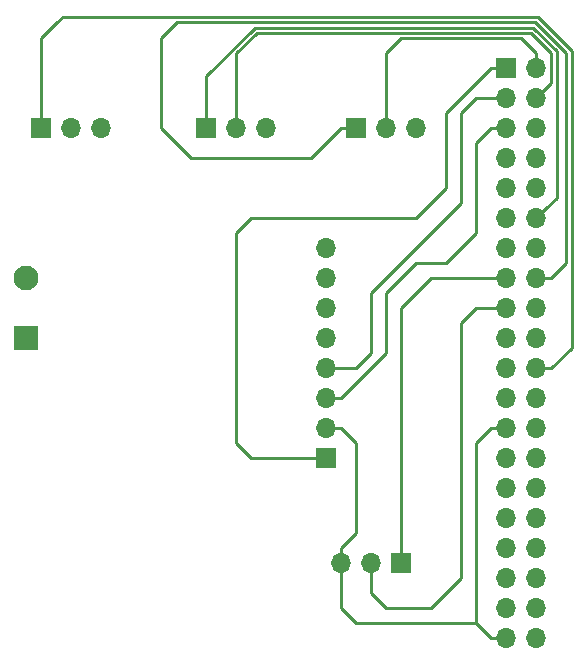
<source format=gbr>
G04 #@! TF.GenerationSoftware,KiCad,Pcbnew,(5.1.5)-3*
G04 #@! TF.CreationDate,2020-03-16T13:29:12+00:00*
G04 #@! TF.ProjectId,pcb schem,70636220-7363-4686-956d-2e6b69636164,rev?*
G04 #@! TF.SameCoordinates,Original*
G04 #@! TF.FileFunction,Copper,L1,Top*
G04 #@! TF.FilePolarity,Positive*
%FSLAX46Y46*%
G04 Gerber Fmt 4.6, Leading zero omitted, Abs format (unit mm)*
G04 Created by KiCad (PCBNEW (5.1.5)-3) date 2020-03-16 13:29:12*
%MOMM*%
%LPD*%
G04 APERTURE LIST*
%ADD10O,1.700000X1.700000*%
%ADD11R,1.700000X1.700000*%
%ADD12C,2.100000*%
%ADD13R,2.100000X2.100000*%
%ADD14C,0.250000*%
G04 APERTURE END LIST*
D10*
X135890000Y-83820000D03*
X135890000Y-86360000D03*
X135890000Y-88900000D03*
X135890000Y-91440000D03*
X135890000Y-93980000D03*
X135890000Y-96520000D03*
X135890000Y-99060000D03*
D11*
X135890000Y-101600000D03*
D12*
X110490000Y-86360000D03*
D13*
X110490000Y-91440000D03*
D10*
X116840000Y-73660000D03*
X114300000Y-73660000D03*
D11*
X111760000Y-73660000D03*
D10*
X143510000Y-73660000D03*
X140970000Y-73660000D03*
D11*
X138430000Y-73660000D03*
D10*
X130810000Y-73660000D03*
X128270000Y-73660000D03*
D11*
X125730000Y-73660000D03*
D10*
X153670000Y-116840000D03*
X151130000Y-116840000D03*
X153670000Y-114300000D03*
X151130000Y-114300000D03*
X153670000Y-111760000D03*
X151130000Y-111760000D03*
X153670000Y-109220000D03*
X151130000Y-109220000D03*
X153670000Y-106680000D03*
X151130000Y-106680000D03*
X153670000Y-104140000D03*
X151130000Y-104140000D03*
X153670000Y-101600000D03*
X151130000Y-101600000D03*
X153670000Y-99060000D03*
X151130000Y-99060000D03*
X153670000Y-96520000D03*
X151130000Y-96520000D03*
X153670000Y-93980000D03*
X151130000Y-93980000D03*
X153670000Y-91440000D03*
X151130000Y-91440000D03*
X153670000Y-88900000D03*
X151130000Y-88900000D03*
X153670000Y-86360000D03*
X151130000Y-86360000D03*
X153670000Y-83820000D03*
X151130000Y-83820000D03*
X153670000Y-81280000D03*
X151130000Y-81280000D03*
X153670000Y-78740000D03*
X151130000Y-78740000D03*
X153670000Y-76200000D03*
X151130000Y-76200000D03*
X153670000Y-73660000D03*
X151130000Y-73660000D03*
X153670000Y-71120000D03*
X151130000Y-71120000D03*
X153670000Y-68580000D03*
D11*
X151130000Y-68580000D03*
D10*
X137160000Y-110490000D03*
X139700000Y-110490000D03*
D11*
X142240000Y-110490000D03*
D14*
X151130000Y-99060000D02*
X149860000Y-99060000D01*
X149860000Y-99060000D02*
X148590000Y-100330000D01*
X148590000Y-100330000D02*
X148590000Y-115570000D01*
X148590000Y-115570000D02*
X149860000Y-116840000D01*
X149860000Y-116840000D02*
X151130000Y-116840000D01*
X148590000Y-115570000D02*
X138430000Y-115570000D01*
X138430000Y-115570000D02*
X137160000Y-114300000D01*
X137160000Y-114300000D02*
X137160000Y-110490000D01*
X135890000Y-99060000D02*
X137160000Y-99060000D01*
X137160000Y-99060000D02*
X138430000Y-100330000D01*
X138430000Y-100330000D02*
X138430000Y-107950000D01*
X138430000Y-107950000D02*
X137160000Y-109220000D01*
X137160000Y-109220000D02*
X137160000Y-110490000D01*
X148590000Y-88900000D02*
X151130000Y-88900000D01*
X139700000Y-113030000D02*
X140970000Y-114300000D01*
X139700000Y-110490000D02*
X139700000Y-113030000D01*
X140970000Y-114300000D02*
X144780000Y-114300000D01*
X147320000Y-90170000D02*
X148590000Y-88900000D01*
X147320000Y-111760000D02*
X147320000Y-90170000D01*
X144780000Y-114300000D02*
X147320000Y-111760000D01*
X144780000Y-86360000D02*
X151130000Y-86360000D01*
X142240000Y-110490000D02*
X142240000Y-88900000D01*
X142240000Y-88900000D02*
X144780000Y-86360000D01*
X111760000Y-73660000D02*
X111760000Y-66040000D01*
X113560038Y-64239962D02*
X113030000Y-64770000D01*
X153779192Y-64239962D02*
X113560038Y-64239962D01*
X156660009Y-67120779D02*
X153779192Y-64239962D01*
X156660009Y-92259991D02*
X156660009Y-67120779D01*
X154940000Y-93980000D02*
X156660009Y-92259991D01*
X153670000Y-93980000D02*
X154940000Y-93980000D01*
X111760000Y-66040000D02*
X113030000Y-64770000D01*
X113030000Y-64770000D02*
X113110028Y-64689972D01*
X156210000Y-67307180D02*
X156210000Y-85090000D01*
X123270028Y-64689972D02*
X153592792Y-64689972D01*
X121920000Y-66040000D02*
X123270028Y-64689972D01*
X154940000Y-86360000D02*
X153670000Y-86360000D01*
X137160000Y-73660000D02*
X134620000Y-76200000D01*
X156210000Y-85090000D02*
X154940000Y-86360000D01*
X138430000Y-73660000D02*
X137160000Y-73660000D01*
X134620000Y-76200000D02*
X124460000Y-76200000D01*
X121920000Y-73660000D02*
X121920000Y-66040000D01*
X153592792Y-64689972D02*
X156210000Y-67307180D01*
X124460000Y-76200000D02*
X121920000Y-73660000D01*
X154519999Y-80430001D02*
X153670000Y-81280000D01*
X155390010Y-79559990D02*
X154519999Y-80430001D01*
X153406391Y-65139981D02*
X155390010Y-67123600D01*
X155390010Y-67123600D02*
X155390010Y-79559990D01*
X129803610Y-65139980D02*
X153406391Y-65139981D01*
X125730000Y-69213590D02*
X129803610Y-65139980D01*
X125730000Y-73660000D02*
X125730000Y-69213590D01*
X140970000Y-92710000D02*
X137160000Y-96520000D01*
X140970000Y-87630000D02*
X140970000Y-92710000D01*
X137160000Y-96520000D02*
X135890000Y-96520000D01*
X143510000Y-85090000D02*
X140970000Y-87630000D01*
X149860000Y-73660000D02*
X148590000Y-74930000D01*
X151130000Y-73660000D02*
X149860000Y-73660000D01*
X148590000Y-82550000D02*
X146050000Y-85090000D01*
X148590000Y-74930000D02*
X148590000Y-82550000D01*
X146050000Y-85090000D02*
X143510000Y-85090000D01*
X128270000Y-73660000D02*
X128270000Y-67310000D01*
X153219990Y-65589990D02*
X154940000Y-67310000D01*
X128270000Y-67310000D02*
X129990010Y-65589990D01*
X129990010Y-65589990D02*
X153219990Y-65589990D01*
X154940000Y-69850000D02*
X153670000Y-71120000D01*
X154940000Y-67310000D02*
X154940000Y-69850000D01*
X138430000Y-93980000D02*
X135890000Y-93980000D01*
X148590000Y-71120000D02*
X147320000Y-72390000D01*
X147320000Y-80010000D02*
X139700000Y-87630000D01*
X139700000Y-92710000D02*
X138430000Y-93980000D01*
X151130000Y-71120000D02*
X148590000Y-71120000D01*
X147320000Y-72390000D02*
X147320000Y-80010000D01*
X139700000Y-87630000D02*
X139700000Y-92710000D01*
X140970000Y-73660000D02*
X140970000Y-67310000D01*
X140970000Y-67310000D02*
X142240000Y-66040000D01*
X142240000Y-66040000D02*
X152400000Y-66040000D01*
X152400000Y-66040000D02*
X153670000Y-67310000D01*
X153670000Y-67310000D02*
X153670000Y-68580000D01*
X135890000Y-101600000D02*
X133350000Y-101600000D01*
X129540000Y-101600000D02*
X133350000Y-101600000D01*
X128270000Y-82550000D02*
X128270000Y-100330000D01*
X129540000Y-81280000D02*
X128270000Y-82550000D01*
X149860000Y-68580000D02*
X146050000Y-72390000D01*
X151130000Y-68580000D02*
X149860000Y-68580000D01*
X146050000Y-72390000D02*
X146050000Y-78740000D01*
X128270000Y-100330000D02*
X129540000Y-101600000D01*
X143510000Y-81280000D02*
X129540000Y-81280000D01*
X146050000Y-78740000D02*
X143510000Y-81280000D01*
M02*

</source>
